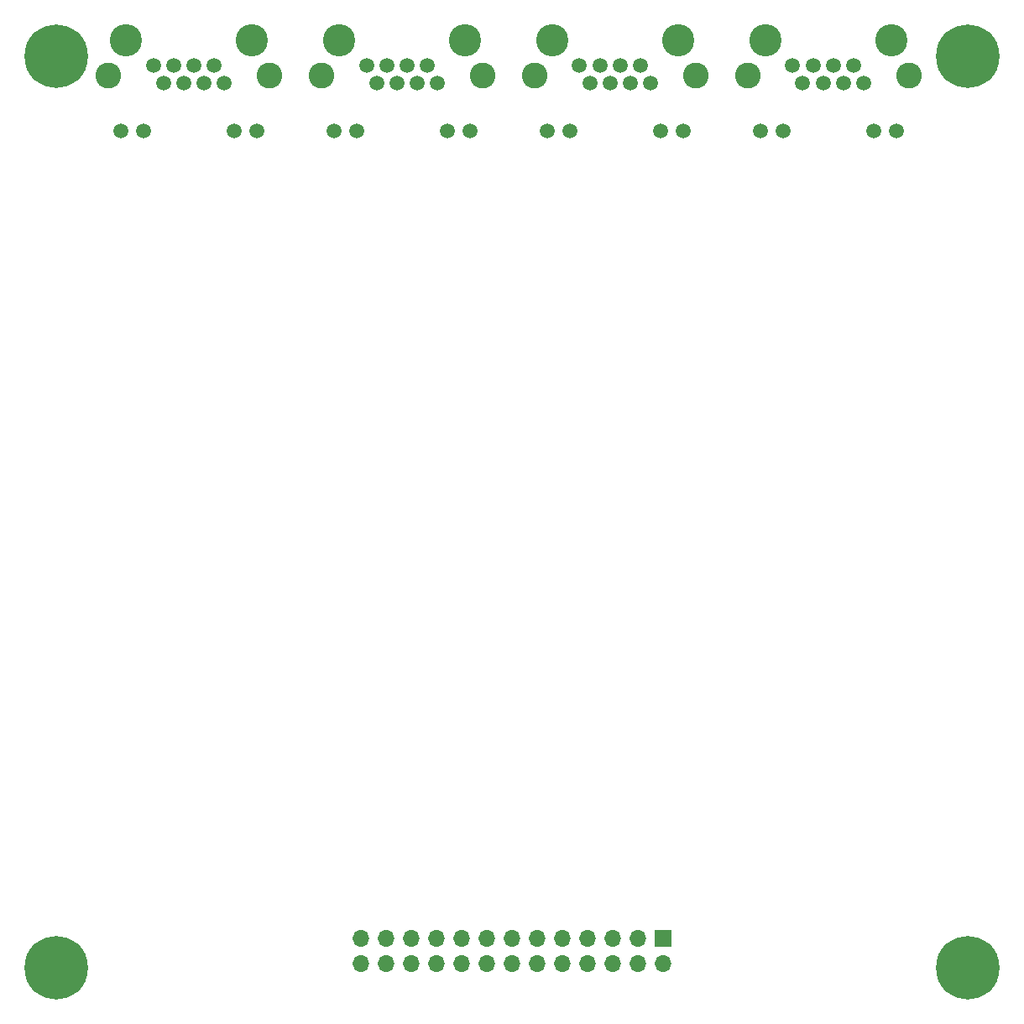
<source format=gbs>
G04 #@! TF.GenerationSoftware,KiCad,Pcbnew,8.0.4*
G04 #@! TF.CreationDate,2024-08-31T14:34:19+03:00*
G04 #@! TF.ProjectId,rioctrl-quadenc4,72696f63-7472-46c2-9d71-756164656e63,rev?*
G04 #@! TF.SameCoordinates,Original*
G04 #@! TF.FileFunction,Soldermask,Bot*
G04 #@! TF.FilePolarity,Negative*
%FSLAX46Y46*%
G04 Gerber Fmt 4.6, Leading zero omitted, Abs format (unit mm)*
G04 Created by KiCad (PCBNEW 8.0.4) date 2024-08-31 14:34:19*
%MOMM*%
%LPD*%
G01*
G04 APERTURE LIST*
%ADD10R,1.700000X1.700000*%
%ADD11O,1.700000X1.700000*%
%ADD12C,0.800000*%
%ADD13C,6.400000*%
%ADD14C,3.250000*%
%ADD15C,1.500000*%
%ADD16C,2.600000*%
G04 APERTURE END LIST*
D10*
G04 #@! TO.C,J2*
X165240000Y-143000000D03*
D11*
X165240000Y-145540000D03*
X162700000Y-143000000D03*
X162700000Y-145540000D03*
X160160000Y-143000000D03*
X160160000Y-145540000D03*
X157620000Y-143000000D03*
X157620000Y-145540000D03*
X155080000Y-143000000D03*
X155080000Y-145540000D03*
X152540000Y-143000000D03*
X152540000Y-145540000D03*
X150000000Y-143000000D03*
X150000000Y-145540000D03*
X147460000Y-143000000D03*
X147460000Y-145540000D03*
X144920000Y-143000000D03*
X144920000Y-145540000D03*
X142380000Y-143000000D03*
X142380000Y-145540000D03*
X139840000Y-143000000D03*
X139840000Y-145540000D03*
X137300000Y-143000000D03*
X137300000Y-145540000D03*
X134760000Y-143000000D03*
X134760000Y-145540000D03*
G04 #@! TD*
D12*
G04 #@! TO.C,H4*
X101600000Y-146000000D03*
X102302944Y-144302944D03*
X102302944Y-147697056D03*
X104000000Y-143600000D03*
D13*
X104000000Y-146000000D03*
D12*
X104000000Y-148400000D03*
X105697056Y-144302944D03*
X105697056Y-147697056D03*
X106400000Y-146000000D03*
G04 #@! TD*
D14*
G04 #@! TO.C,J3*
X166720000Y-52440000D03*
X154020000Y-52440000D03*
D15*
X156800000Y-54980000D03*
X157820000Y-56760000D03*
X158840000Y-54980000D03*
X159860000Y-56760000D03*
X160880000Y-54980000D03*
X161900000Y-56760000D03*
X162920000Y-54980000D03*
X163940000Y-56760000D03*
X153510000Y-61570000D03*
X155800000Y-61570000D03*
X164940000Y-61570000D03*
X167230000Y-61570000D03*
D16*
X168500000Y-56000000D03*
X152240000Y-56000000D03*
G04 #@! TD*
D14*
G04 #@! TO.C,J1*
X188220000Y-52440000D03*
X175520000Y-52440000D03*
D15*
X178300000Y-54980000D03*
X179320000Y-56760000D03*
X180340000Y-54980000D03*
X181360000Y-56760000D03*
X182380000Y-54980000D03*
X183400000Y-56760000D03*
X184420000Y-54980000D03*
X185440000Y-56760000D03*
X175010000Y-61570000D03*
X177300000Y-61570000D03*
X186440000Y-61570000D03*
X188730000Y-61570000D03*
D16*
X190000000Y-56000000D03*
X173740000Y-56000000D03*
G04 #@! TD*
D14*
G04 #@! TO.C,J4*
X145220000Y-52440000D03*
X132520000Y-52440000D03*
D15*
X135300000Y-54980000D03*
X136320000Y-56760000D03*
X137340000Y-54980000D03*
X138360000Y-56760000D03*
X139380000Y-54980000D03*
X140400000Y-56760000D03*
X141420000Y-54980000D03*
X142440000Y-56760000D03*
X132010000Y-61570000D03*
X134300000Y-61570000D03*
X143440000Y-61570000D03*
X145730000Y-61570000D03*
D16*
X147000000Y-56000000D03*
X130740000Y-56000000D03*
G04 #@! TD*
D12*
G04 #@! TO.C,H1*
X101600000Y-54000000D03*
X102302944Y-52302944D03*
X102302944Y-55697056D03*
X104000000Y-51600000D03*
D13*
X104000000Y-54000000D03*
D12*
X104000000Y-56400000D03*
X105697056Y-52302944D03*
X105697056Y-55697056D03*
X106400000Y-54000000D03*
G04 #@! TD*
D14*
G04 #@! TO.C,J5*
X123720000Y-52440000D03*
X111020000Y-52440000D03*
D15*
X113800000Y-54980000D03*
X114820000Y-56760000D03*
X115840000Y-54980000D03*
X116860000Y-56760000D03*
X117880000Y-54980000D03*
X118900000Y-56760000D03*
X119920000Y-54980000D03*
X120940000Y-56760000D03*
X110510000Y-61570000D03*
X112800000Y-61570000D03*
X121940000Y-61570000D03*
X124230000Y-61570000D03*
D16*
X125500000Y-56000000D03*
X109240000Y-56000000D03*
G04 #@! TD*
D12*
G04 #@! TO.C,H3*
X193600000Y-146000000D03*
X194302944Y-144302944D03*
X194302944Y-147697056D03*
X196000000Y-143600000D03*
D13*
X196000000Y-146000000D03*
D12*
X196000000Y-148400000D03*
X197697056Y-144302944D03*
X197697056Y-147697056D03*
X198400000Y-146000000D03*
G04 #@! TD*
G04 #@! TO.C,H2*
X193600000Y-54000000D03*
X194302944Y-52302944D03*
X194302944Y-55697056D03*
X196000000Y-51600000D03*
D13*
X196000000Y-54000000D03*
D12*
X196000000Y-56400000D03*
X197697056Y-52302944D03*
X197697056Y-55697056D03*
X198400000Y-54000000D03*
G04 #@! TD*
M02*

</source>
